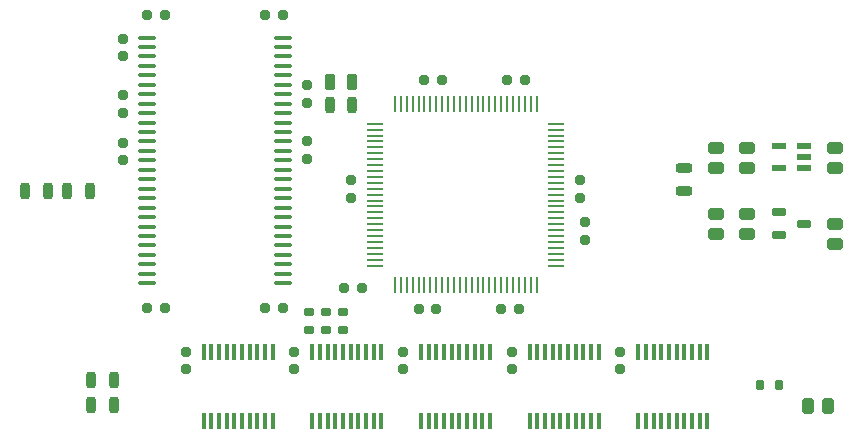
<source format=gtp>
G04 #@! TF.GenerationSoftware,KiCad,Pcbnew,7.0.1-0*
G04 #@! TF.CreationDate,2023-10-30T17:31:38-04:00*
G04 #@! TF.ProjectId,RAM2E,52414d32-452e-46b6-9963-61645f706362,2.1*
G04 #@! TF.SameCoordinates,Original*
G04 #@! TF.FileFunction,Paste,Top*
G04 #@! TF.FilePolarity,Positive*
%FSLAX46Y46*%
G04 Gerber Fmt 4.6, Leading zero omitted, Abs format (unit mm)*
G04 Created by KiCad (PCBNEW 7.0.1-0) date 2023-10-30 17:31:38*
%MOMM*%
%LPD*%
G01*
G04 APERTURE LIST*
G04 Aperture macros list*
%AMRoundRect*
0 Rectangle with rounded corners*
0 $1 Rounding radius*
0 $2 $3 $4 $5 $6 $7 $8 $9 X,Y pos of 4 corners*
0 Add a 4 corners polygon primitive as box body*
4,1,4,$2,$3,$4,$5,$6,$7,$8,$9,$2,$3,0*
0 Add four circle primitives for the rounded corners*
1,1,$1+$1,$2,$3*
1,1,$1+$1,$4,$5*
1,1,$1+$1,$6,$7*
1,1,$1+$1,$8,$9*
0 Add four rect primitives between the rounded corners*
20,1,$1+$1,$2,$3,$4,$5,0*
20,1,$1+$1,$4,$5,$6,$7,0*
20,1,$1+$1,$6,$7,$8,$9,0*
20,1,$1+$1,$8,$9,$2,$3,0*%
G04 Aperture macros list end*
%ADD10RoundRect,0.072500X0.112500X-0.612500X0.112500X0.612500X-0.112500X0.612500X-0.112500X-0.612500X0*%
%ADD11RoundRect,0.172500X-0.262500X0.212500X-0.262500X-0.212500X0.262500X-0.212500X0.262500X0.212500X0*%
%ADD12RoundRect,0.172500X0.262500X-0.212500X0.262500X0.212500X-0.262500X0.212500X-0.262500X-0.212500X0*%
%ADD13RoundRect,0.172500X-0.212500X-0.262500X0.212500X-0.262500X0.212500X0.262500X-0.212500X0.262500X0*%
%ADD14RoundRect,0.084500X-0.640500X-0.114500X0.640500X-0.114500X0.640500X0.114500X-0.640500X0.114500X0*%
%ADD15RoundRect,0.172500X0.212500X0.262500X-0.212500X0.262500X-0.212500X-0.262500X0.212500X-0.262500X0*%
%ADD16RoundRect,0.040000X-0.662500X-0.075000X0.662500X-0.075000X0.662500X0.075000X-0.662500X0.075000X0*%
%ADD17RoundRect,0.040000X-0.075000X-0.662500X0.075000X-0.662500X0.075000X0.662500X-0.075000X0.662500X0*%
%ADD18RoundRect,0.237500X0.262500X0.437500X-0.262500X0.437500X-0.262500X-0.437500X0.262500X-0.437500X0*%
%ADD19RoundRect,0.237500X-0.437500X0.262500X-0.437500X-0.262500X0.437500X-0.262500X0.437500X0.262500X0*%
%ADD20RoundRect,0.187500X-0.212500X-0.487500X0.212500X-0.487500X0.212500X0.487500X-0.212500X0.487500X0*%
%ADD21RoundRect,0.187500X0.212500X0.487500X-0.212500X0.487500X-0.212500X-0.487500X0.212500X-0.487500X0*%
%ADD22RoundRect,0.237500X0.437500X-0.262500X0.437500X0.262500X-0.437500X0.262500X-0.437500X-0.262500X0*%
%ADD23RoundRect,0.150000X-0.475000X-0.200000X0.475000X-0.200000X0.475000X0.200000X-0.475000X0.200000X0*%
%ADD24RoundRect,0.112500X0.512500X0.162500X-0.512500X0.162500X-0.512500X-0.162500X0.512500X-0.162500X0*%
%ADD25RoundRect,0.187500X0.487500X-0.212500X0.487500X0.212500X-0.487500X0.212500X-0.487500X-0.212500X0*%
%ADD26RoundRect,0.125000X-0.300000X0.175000X-0.300000X-0.175000X0.300000X-0.175000X0.300000X0.175000X0*%
%ADD27RoundRect,0.125000X-0.175000X-0.300000X0.175000X-0.300000X0.175000X0.300000X-0.175000X0.300000X0*%
%ADD28RoundRect,0.205650X0.243750X0.456250X-0.243750X0.456250X-0.243750X-0.456250X0.243750X-0.456250X0*%
G04 APERTURE END LIST*
D10*
X236250000Y-127550000D03*
X236900000Y-127550000D03*
X237550000Y-127550000D03*
X238200000Y-127550000D03*
X238850000Y-127550000D03*
X239500000Y-127550000D03*
X240150000Y-127550000D03*
X240800000Y-127550000D03*
X241450000Y-127550000D03*
X242100000Y-127550000D03*
X242100000Y-121650000D03*
X241450000Y-121650000D03*
X240800000Y-121650000D03*
X240150000Y-121650000D03*
X239500000Y-121650000D03*
X238850000Y-121650000D03*
X238200000Y-121650000D03*
X237550000Y-121650000D03*
X236900000Y-121650000D03*
X236250000Y-121650000D03*
D11*
X234750000Y-121650000D03*
X234750000Y-123150000D03*
X253150000Y-121650000D03*
X253150000Y-123150000D03*
D10*
X254650000Y-127550000D03*
X255300000Y-127550000D03*
X255950000Y-127550000D03*
X256600000Y-127550000D03*
X257250000Y-127550000D03*
X257900000Y-127550000D03*
X258550000Y-127550000D03*
X259200000Y-127550000D03*
X259850000Y-127550000D03*
X260500000Y-127550000D03*
X260500000Y-121650000D03*
X259850000Y-121650000D03*
X259200000Y-121650000D03*
X258550000Y-121650000D03*
X257900000Y-121650000D03*
X257250000Y-121650000D03*
X256600000Y-121650000D03*
X255950000Y-121650000D03*
X255300000Y-121650000D03*
X254650000Y-121650000D03*
D11*
X243950000Y-121650000D03*
X243950000Y-123150000D03*
D10*
X217850000Y-127550000D03*
X218500000Y-127550000D03*
X219150000Y-127550000D03*
X219800000Y-127550000D03*
X220450000Y-127550000D03*
X221100000Y-127550000D03*
X221750000Y-127550000D03*
X222400000Y-127550000D03*
X223050000Y-127550000D03*
X223700000Y-127550000D03*
X223700000Y-121650000D03*
X223050000Y-121650000D03*
X222400000Y-121650000D03*
X221750000Y-121650000D03*
X221100000Y-121650000D03*
X220450000Y-121650000D03*
X219800000Y-121650000D03*
X219150000Y-121650000D03*
X218500000Y-121650000D03*
X217850000Y-121650000D03*
X245450000Y-127550000D03*
X246100000Y-127550000D03*
X246750000Y-127550000D03*
X247400000Y-127550000D03*
X248050000Y-127550000D03*
X248700000Y-127550000D03*
X249350000Y-127550000D03*
X250000000Y-127550000D03*
X250650000Y-127550000D03*
X251300000Y-127550000D03*
X251300000Y-121650000D03*
X250650000Y-121650000D03*
X250000000Y-121650000D03*
X249350000Y-121650000D03*
X248700000Y-121650000D03*
X248050000Y-121650000D03*
X247400000Y-121650000D03*
X246750000Y-121650000D03*
X246100000Y-121650000D03*
X245450000Y-121650000D03*
X227050000Y-127550000D03*
X227700000Y-127550000D03*
X228350000Y-127550000D03*
X229000000Y-127550000D03*
X229650000Y-127550000D03*
X230300000Y-127550000D03*
X230950000Y-127550000D03*
X231600000Y-127550000D03*
X232250000Y-127550000D03*
X232900000Y-127550000D03*
X232900000Y-121650000D03*
X232250000Y-121650000D03*
X231600000Y-121650000D03*
X230950000Y-121650000D03*
X230300000Y-121650000D03*
X229650000Y-121650000D03*
X229000000Y-121650000D03*
X228350000Y-121650000D03*
X227700000Y-121650000D03*
X227050000Y-121650000D03*
D11*
X225550000Y-121650000D03*
X225550000Y-123150000D03*
X226600000Y-103850000D03*
X226600000Y-105350000D03*
D12*
X211000000Y-101450000D03*
X211000000Y-99950000D03*
X211000000Y-96650000D03*
X211000000Y-95150000D03*
D13*
X236550000Y-98650000D03*
X238050000Y-98650000D03*
X243550000Y-98650000D03*
X245050000Y-98650000D03*
X243050000Y-118050000D03*
X244550000Y-118050000D03*
X236050000Y-118050000D03*
X237550000Y-118050000D03*
D12*
X249750000Y-108600000D03*
X249750000Y-107100000D03*
X230350000Y-108600000D03*
X230350000Y-107100000D03*
X211000000Y-105450000D03*
X211000000Y-103950000D03*
D11*
X226600000Y-99050000D03*
X226600000Y-100550000D03*
D14*
X213050000Y-95050000D03*
X213050000Y-95850000D03*
X213050000Y-96650000D03*
X213050000Y-97450000D03*
X213050000Y-98250000D03*
X213050000Y-99050000D03*
X213050000Y-99850000D03*
X213050000Y-100650000D03*
X213050000Y-101450000D03*
X213050000Y-102250000D03*
X213050000Y-103050000D03*
X213050000Y-103850000D03*
X213050000Y-104650000D03*
X213050000Y-105450000D03*
X213050000Y-106250000D03*
X213050000Y-107050000D03*
X213050000Y-107850000D03*
X213050000Y-108650000D03*
X213050000Y-109450000D03*
X213050000Y-110250000D03*
X213050000Y-111050000D03*
X213050000Y-111850000D03*
X213050000Y-112650000D03*
X213050000Y-113450000D03*
X213050000Y-114250000D03*
X213050000Y-115050000D03*
X213050000Y-115850000D03*
X224550000Y-115850000D03*
X224550000Y-115050000D03*
X224550000Y-114250000D03*
X224550000Y-113450000D03*
X224550000Y-112650000D03*
X224550000Y-111850000D03*
X224550000Y-111050000D03*
X224550000Y-110250000D03*
X224550000Y-109450000D03*
X224550000Y-108650000D03*
X224550000Y-107850000D03*
X224550000Y-107050000D03*
X224550000Y-106250000D03*
X224550000Y-105450000D03*
X224550000Y-104650000D03*
X224550000Y-103850000D03*
X224550000Y-103050000D03*
X224550000Y-102250000D03*
X224550000Y-101450000D03*
X224550000Y-100650000D03*
X224550000Y-99850000D03*
X224550000Y-99050000D03*
X224550000Y-98250000D03*
X224550000Y-97450000D03*
X224550000Y-96650000D03*
X224550000Y-95850000D03*
X224550000Y-95050000D03*
D15*
X231250000Y-116250000D03*
X229750000Y-116250000D03*
D16*
X232387500Y-102350000D03*
X232387500Y-102850000D03*
X232387500Y-103350000D03*
X232387500Y-103850000D03*
X232387500Y-104350000D03*
X232387500Y-104850000D03*
X232387500Y-105350000D03*
X232387500Y-105850000D03*
X232387500Y-106350000D03*
X232387500Y-106850000D03*
X232387500Y-107350000D03*
X232387500Y-107850000D03*
X232387500Y-108350000D03*
X232387500Y-108850000D03*
X232387500Y-109350000D03*
X232387500Y-109850000D03*
X232387500Y-110350000D03*
X232387500Y-110850000D03*
X232387500Y-111350000D03*
X232387500Y-111850000D03*
X232387500Y-112350000D03*
X232387500Y-112850000D03*
X232387500Y-113350000D03*
X232387500Y-113850000D03*
X232387500Y-114350000D03*
D17*
X234050000Y-116012500D03*
X234550000Y-116012500D03*
X235050000Y-116012500D03*
X235550000Y-116012500D03*
X236050000Y-116012500D03*
X236550000Y-116012500D03*
X237050000Y-116012500D03*
X237550000Y-116012500D03*
X238050000Y-116012500D03*
X238550000Y-116012500D03*
X239050000Y-116012500D03*
X239550000Y-116012500D03*
X240050000Y-116012500D03*
X240550000Y-116012500D03*
X241050000Y-116012500D03*
X241550000Y-116012500D03*
X242050000Y-116012500D03*
X242550000Y-116012500D03*
X243050000Y-116012500D03*
X243550000Y-116012500D03*
X244050000Y-116012500D03*
X244550000Y-116012500D03*
X245050000Y-116012500D03*
X245550000Y-116012500D03*
X246050000Y-116012500D03*
D16*
X247712500Y-114350000D03*
X247712500Y-113850000D03*
X247712500Y-113350000D03*
X247712500Y-112850000D03*
X247712500Y-112350000D03*
X247712500Y-111850000D03*
X247712500Y-111350000D03*
X247712500Y-110850000D03*
X247712500Y-110350000D03*
X247712500Y-109850000D03*
X247712500Y-109350000D03*
X247712500Y-108850000D03*
X247712500Y-108350000D03*
X247712500Y-107850000D03*
X247712500Y-107350000D03*
X247712500Y-106850000D03*
X247712500Y-106350000D03*
X247712500Y-105850000D03*
X247712500Y-105350000D03*
X247712500Y-104850000D03*
X247712500Y-104350000D03*
X247712500Y-103850000D03*
X247712500Y-103350000D03*
X247712500Y-102850000D03*
X247712500Y-102350000D03*
D17*
X246050000Y-100687500D03*
X245550000Y-100687500D03*
X245050000Y-100687500D03*
X244550000Y-100687500D03*
X244050000Y-100687500D03*
X243550000Y-100687500D03*
X243050000Y-100687500D03*
X242550000Y-100687500D03*
X242050000Y-100687500D03*
X241550000Y-100687500D03*
X241050000Y-100687500D03*
X240550000Y-100687500D03*
X240050000Y-100687500D03*
X239550000Y-100687500D03*
X239050000Y-100687500D03*
X238550000Y-100687500D03*
X238050000Y-100687500D03*
X237550000Y-100687500D03*
X237050000Y-100687500D03*
X236550000Y-100687500D03*
X236050000Y-100687500D03*
X235550000Y-100687500D03*
X235050000Y-100687500D03*
X234550000Y-100687500D03*
X234050000Y-100687500D03*
D18*
X270725000Y-126238000D03*
X269025000Y-126238000D03*
D19*
X271350000Y-110800000D03*
X271350000Y-112500000D03*
D11*
X250150000Y-110700000D03*
X250150000Y-112200000D03*
D13*
X223050000Y-93150000D03*
X224550000Y-93150000D03*
D20*
X208346000Y-126174500D03*
X210246000Y-126174500D03*
D21*
X204658000Y-108077000D03*
X202758000Y-108077000D03*
X208214000Y-108077000D03*
X206314000Y-108077000D03*
D20*
X208346000Y-124015500D03*
X210246000Y-124015500D03*
D22*
X263900000Y-111650000D03*
X263900000Y-109950000D03*
D23*
X266600000Y-109850000D03*
X266600000Y-111750000D03*
X268700000Y-110800000D03*
D22*
X261200000Y-111650000D03*
X261200000Y-109950000D03*
D13*
X213050000Y-93150000D03*
X214550000Y-93150000D03*
D11*
X216350000Y-121650000D03*
X216350000Y-123150000D03*
D13*
X213050000Y-117950000D03*
X214550000Y-117950000D03*
D24*
X268700000Y-106100000D03*
X268700000Y-105150000D03*
X268700000Y-104200000D03*
X266600000Y-104200000D03*
X266600000Y-106100000D03*
D22*
X263900000Y-106100000D03*
X263900000Y-104400000D03*
X261200000Y-106100000D03*
X261200000Y-104400000D03*
X271350000Y-106100000D03*
X271350000Y-104400000D03*
D25*
X258500000Y-108000000D03*
X258500000Y-106100000D03*
D26*
X229650000Y-118250000D03*
X229650000Y-119850000D03*
D27*
X264950000Y-124500000D03*
X266550000Y-124500000D03*
D13*
X223050000Y-117950000D03*
X224550000Y-117950000D03*
D26*
X228200000Y-118250000D03*
X228200000Y-119850000D03*
X226750000Y-118250000D03*
X226750000Y-119850000D03*
D20*
X228550000Y-100800000D03*
X230450000Y-100800000D03*
D28*
X230437500Y-98850000D03*
X228562500Y-98850000D03*
M02*

</source>
